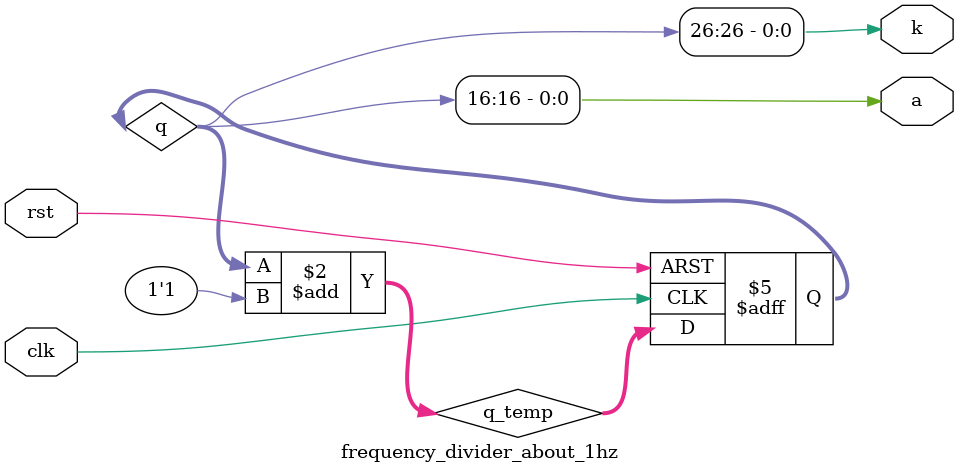
<source format=v>
`timescale 1ns / 1ps


module frequency_divider_about_1hz(clk, rst, k, a);
    input clk, rst;  //rst is a n active low reset
    output k;
    output a;
    reg [26:0] q_temp;
    reg [26:0] q;
    reg k;
    reg a;
    always @* begin
        q_temp = q + 1'b1;
        k = q[26];
        a <= q[16];
        //b <= q[17];
    end
    always @(posedge clk or negedge rst) begin
        if(~rst) begin
            q <= 27'b000000000000000000000000000;
        end
        else begin
            q <= q_temp;
        end
    end
    
endmodule

</source>
